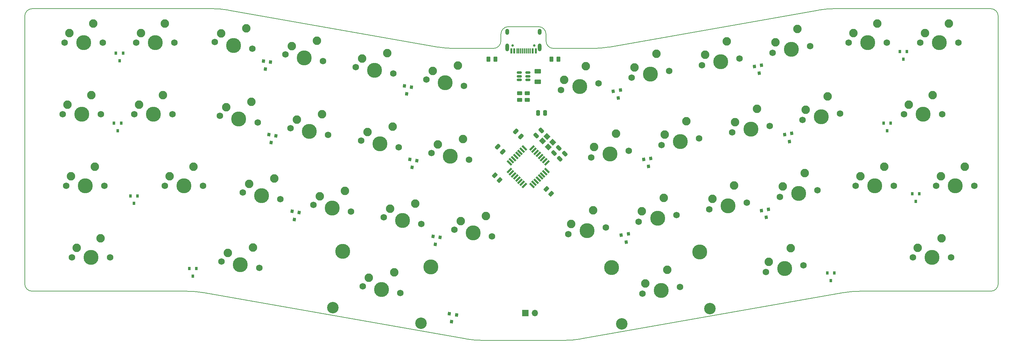
<source format=gbr>
G04 #@! TF.GenerationSoftware,KiCad,Pcbnew,6.0.5-a6ca702e91~116~ubuntu20.04.1*
G04 #@! TF.CreationDate,2022-06-01T09:33:51+02:00*
G04 #@! TF.ProjectId,3liza,336c697a-612e-46b6-9963-61645f706362,rev?*
G04 #@! TF.SameCoordinates,Original*
G04 #@! TF.FileFunction,Soldermask,Bot*
G04 #@! TF.FilePolarity,Negative*
%FSLAX46Y46*%
G04 Gerber Fmt 4.6, Leading zero omitted, Abs format (unit mm)*
G04 Created by KiCad (PCBNEW 6.0.5-a6ca702e91~116~ubuntu20.04.1) date 2022-06-01 09:33:51*
%MOMM*%
%LPD*%
G01*
G04 APERTURE LIST*
G04 Aperture macros list*
%AMRoundRect*
0 Rectangle with rounded corners*
0 $1 Rounding radius*
0 $2 $3 $4 $5 $6 $7 $8 $9 X,Y pos of 4 corners*
0 Add a 4 corners polygon primitive as box body*
4,1,4,$2,$3,$4,$5,$6,$7,$8,$9,$2,$3,0*
0 Add four circle primitives for the rounded corners*
1,1,$1+$1,$2,$3*
1,1,$1+$1,$4,$5*
1,1,$1+$1,$6,$7*
1,1,$1+$1,$8,$9*
0 Add four rect primitives between the rounded corners*
20,1,$1+$1,$2,$3,$4,$5,0*
20,1,$1+$1,$4,$5,$6,$7,0*
20,1,$1+$1,$6,$7,$8,$9,0*
20,1,$1+$1,$8,$9,$2,$3,0*%
%AMRotRect*
0 Rectangle, with rotation*
0 The origin of the aperture is its center*
0 $1 length*
0 $2 width*
0 $3 Rotation angle, in degrees counterclockwise*
0 Add horizontal line*
21,1,$1,$2,0,0,$3*%
G04 Aperture macros list end*
G04 #@! TA.AperFunction,Profile*
%ADD10C,0.200000*%
G04 #@! TD*
%ADD11C,3.987800*%
%ADD12C,1.750000*%
%ADD13C,2.250000*%
%ADD14C,3.048000*%
%ADD15RotRect,0.900000X0.800000X260.000000*%
%ADD16R,1.700000X1.700000*%
%ADD17O,1.700000X1.700000*%
%ADD18RoundRect,0.250000X0.159099X-0.512652X0.512652X-0.159099X-0.159099X0.512652X-0.512652X0.159099X0*%
%ADD19R,0.800000X0.900000*%
%ADD20RoundRect,0.250000X-0.450000X0.262500X-0.450000X-0.262500X0.450000X-0.262500X0.450000X0.262500X0*%
%ADD21RoundRect,0.250000X0.503814X0.132583X0.132583X0.503814X-0.503814X-0.132583X-0.132583X-0.503814X0*%
%ADD22RoundRect,0.250000X-0.250000X-0.475000X0.250000X-0.475000X0.250000X0.475000X-0.250000X0.475000X0*%
%ADD23RotRect,0.900000X0.800000X280.000000*%
%ADD24RotRect,1.600000X0.550000X225.000000*%
%ADD25RotRect,1.600000X0.550000X135.000000*%
%ADD26C,0.650000*%
%ADD27R,0.600000X1.450000*%
%ADD28R,0.300000X1.450000*%
%ADD29O,1.000000X2.100000*%
%ADD30O,1.000000X1.600000*%
%ADD31RoundRect,0.250000X0.262500X0.450000X-0.262500X0.450000X-0.262500X-0.450000X0.262500X-0.450000X0*%
%ADD32RoundRect,0.250000X0.625000X-0.375000X0.625000X0.375000X-0.625000X0.375000X-0.625000X-0.375000X0*%
%ADD33RoundRect,0.250000X0.512652X0.159099X0.159099X0.512652X-0.512652X-0.159099X-0.159099X-0.512652X0*%
%ADD34RotRect,1.400000X1.200000X315.000000*%
%ADD35RoundRect,0.250000X-0.159099X0.512652X-0.512652X0.159099X0.159099X-0.512652X0.512652X-0.159099X0*%
%ADD36RoundRect,0.150000X-0.512500X-0.150000X0.512500X-0.150000X0.512500X0.150000X-0.512500X0.150000X0*%
%ADD37RoundRect,0.250000X-0.262500X-0.450000X0.262500X-0.450000X0.262500X0.450000X-0.262500X0.450000X0*%
G04 APERTURE END LIST*
D10*
X161176369Y-72788356D02*
X171570538Y-72788357D01*
X20472284Y-135409792D02*
X20472281Y-64209790D01*
X149176370Y-66988370D02*
G75*
G03*
X147176370Y-68988357I30J-2000030D01*
G01*
X235938988Y-62209792D02*
X277502783Y-62209794D01*
X130267347Y-72393357D02*
G75*
G03*
X134782198Y-72788356I4514853J25604957D01*
G01*
X235938988Y-62209789D02*
G75*
G03*
X231771433Y-62574406I12J-23999911D01*
G01*
X22472283Y-62209795D02*
X70413751Y-62209792D01*
X149176370Y-66988357D02*
X157176369Y-66988356D01*
X279502806Y-64209792D02*
G75*
G03*
X277502783Y-62209794I-2000006J-8D01*
G01*
X159176444Y-70788357D02*
G75*
G03*
X161176369Y-72788356I1999956J-43D01*
G01*
X22472283Y-62209781D02*
G75*
G03*
X20472281Y-64209790I17J-2000019D01*
G01*
X74581306Y-62574403D02*
X130267347Y-72393357D01*
X137930137Y-150104594D02*
X68174476Y-137804790D01*
X164255046Y-150469218D02*
G75*
G03*
X168422602Y-150104596I-46J24000018D01*
G01*
X74581305Y-62574410D02*
G75*
G03*
X70413751Y-62209792I-4167605J-23635690D01*
G01*
X279502781Y-64209792D02*
X279502782Y-135409792D01*
X242693115Y-137409791D02*
G75*
G03*
X238178261Y-137804790I-15J-25999809D01*
G01*
X20472308Y-135409792D02*
G75*
G03*
X22472282Y-137409792I1999992J-8D01*
G01*
X277502783Y-137409782D02*
G75*
G03*
X279502782Y-135409792I17J1999982D01*
G01*
X68174476Y-137804790D02*
G75*
G03*
X63659623Y-137409795I-4514876J-25605510D01*
G01*
X176085394Y-72393358D02*
X231771433Y-62574406D01*
X145176368Y-72788370D02*
G75*
G03*
X147176370Y-70788358I32J1999970D01*
G01*
X277502783Y-137409795D02*
X242693115Y-137409794D01*
X238178261Y-137804790D02*
X168422602Y-150104596D01*
X147176370Y-70788358D02*
X147176370Y-68988357D01*
X164255046Y-150469211D02*
X142097693Y-150469210D01*
X171570538Y-72788364D02*
G75*
G03*
X176085394Y-72393358I-38J25999964D01*
G01*
X159176344Y-68988358D02*
G75*
G03*
X157176369Y-66988356I-1999944J58D01*
G01*
X159176365Y-68988358D02*
X159176369Y-70788357D01*
X63659623Y-137409795D02*
X22472282Y-137409792D01*
X134782198Y-72788356D02*
X145176368Y-72788354D01*
X137930138Y-150104589D02*
G75*
G03*
X142097693Y-150469210I4167562J23634989D01*
G01*
D11*
G04 #@! TO.C,MX22*
X232448653Y-90971880D03*
D12*
X227445830Y-91854013D03*
X237451476Y-90089747D03*
D13*
X228255469Y-89132068D03*
X234067932Y-85527990D03*
G04 #@! TD*
D11*
G04 #@! TO.C,MX39*
X189818106Y-137176549D03*
D14*
X202756406Y-141987933D03*
D12*
X184815283Y-138058682D03*
X194820929Y-136294416D03*
D14*
X179305671Y-146122930D03*
D11*
X200110008Y-126979462D03*
X176659273Y-131114460D03*
D13*
X185624922Y-135336737D03*
X191437385Y-131732659D03*
G04 #@! TD*
D12*
G04 #@! TO.C,MX30*
X165091769Y-122192593D03*
D11*
X170094592Y-121310460D03*
D12*
X175097415Y-120428327D03*
D13*
X165901408Y-119470648D03*
X171713871Y-115866570D03*
G04 #@! TD*
D11*
G04 #@! TO.C,MX27*
X102264250Y-115303523D03*
D12*
X107267073Y-116185656D03*
X97261427Y-114421390D03*
D13*
X98953199Y-112140512D03*
X105647794Y-110741766D03*
G04 #@! TD*
D12*
G04 #@! TO.C,MX13*
X30600431Y-90301443D03*
D11*
X35680431Y-90301443D03*
D12*
X40760431Y-90301443D03*
D13*
X31870431Y-87761443D03*
X38220431Y-85221443D03*
G04 #@! TD*
D11*
G04 #@! TO.C,MX40*
X222649136Y-131387554D03*
D12*
X217646313Y-132269687D03*
X227651959Y-130505421D03*
D13*
X218455952Y-129547742D03*
X224268415Y-125943664D03*
G04 #@! TD*
D11*
G04 #@! TO.C,MX11*
X244756485Y-71234792D03*
D12*
X239676485Y-71234792D03*
X249836485Y-71234792D03*
D13*
X240946485Y-68694792D03*
X247296485Y-66154792D03*
G04 #@! TD*
D12*
G04 #@! TO.C,MX36*
X43145733Y-128403843D03*
D11*
X38065733Y-128403843D03*
D12*
X32985733Y-128403843D03*
D13*
X34255733Y-125863843D03*
X40605733Y-123323843D03*
G04 #@! TD*
D12*
G04 #@! TO.C,MX26*
X78500839Y-111113392D03*
X88506485Y-112877658D03*
D11*
X83503662Y-111995525D03*
D13*
X80192611Y-108832514D03*
X86887206Y-107433768D03*
G04 #@! TD*
D12*
G04 #@! TO.C,MX14*
X59810434Y-90301442D03*
X49650434Y-90301442D03*
D11*
X54730434Y-90301442D03*
D13*
X50920434Y-87761442D03*
X57270434Y-85221442D03*
G04 #@! TD*
D11*
G04 #@! TO.C,MX31*
X188855183Y-118002461D03*
D12*
X193858006Y-117120328D03*
X183852360Y-118884594D03*
D13*
X184661999Y-116162649D03*
X190474462Y-112558571D03*
G04 #@! TD*
D11*
G04 #@! TO.C,MX15*
X77431366Y-91580942D03*
D12*
X72428543Y-90698809D03*
X82434189Y-92463075D03*
D13*
X74120315Y-88417931D03*
X80814910Y-87019185D03*
G04 #@! TD*
D11*
G04 #@! TO.C,MX21*
X213688063Y-94279877D03*
D12*
X218690886Y-93397744D03*
X208685240Y-95162010D03*
D13*
X209494879Y-92440065D03*
X215307342Y-88835987D03*
G04 #@! TD*
D12*
G04 #@! TO.C,MX33*
X231379180Y-110504334D03*
X221373534Y-112268600D03*
D11*
X226376357Y-111386467D03*
D13*
X222183173Y-109546655D03*
X227995636Y-105942577D03*
G04 #@! TD*
D12*
G04 #@! TO.C,MX37*
X72847771Y-129460481D03*
D11*
X77850594Y-130342614D03*
D12*
X82853417Y-131224747D03*
D13*
X74539543Y-127179603D03*
X81234138Y-125780857D03*
G04 #@! TD*
D12*
G04 #@! TO.C,MX23*
X264612932Y-90284793D03*
X254452932Y-90284793D03*
D11*
X259532932Y-90284793D03*
D13*
X255722932Y-87744793D03*
X262072932Y-85204793D03*
G04 #@! TD*
D11*
G04 #@! TO.C,MX5*
X113570394Y-78609347D03*
D12*
X108567571Y-77727214D03*
X118573217Y-79491480D03*
D13*
X110259343Y-75446336D03*
X116953938Y-74047590D03*
G04 #@! TD*
D12*
G04 #@! TO.C,MX9*
X200687098Y-77228421D03*
X210692744Y-75464155D03*
D11*
X205689921Y-76346288D03*
D13*
X201496737Y-74506476D03*
X207309200Y-70902398D03*
G04 #@! TD*
D11*
G04 #@! TO.C,MX19*
X176166891Y-100895874D03*
D12*
X181169714Y-100013741D03*
X171164068Y-101778007D03*
D13*
X171973707Y-99056062D03*
X177786170Y-95451984D03*
G04 #@! TD*
D12*
G04 #@! TO.C,MX18*
X138715953Y-102387065D03*
D11*
X133713130Y-101504932D03*
D12*
X128710307Y-100622799D03*
D13*
X130402079Y-98341921D03*
X137096674Y-96943175D03*
G04 #@! TD*
D12*
G04 #@! TO.C,MX24*
X41693884Y-109351443D03*
D11*
X36613884Y-109351443D03*
D12*
X31533884Y-109351443D03*
D13*
X32803884Y-106811443D03*
X39153884Y-104271443D03*
G04 #@! TD*
D11*
G04 #@! TO.C,MX10*
X224450507Y-73038290D03*
D12*
X219447684Y-73920423D03*
X229453330Y-72156157D03*
D13*
X220257323Y-71198478D03*
X226069786Y-67594400D03*
G04 #@! TD*
D11*
G04 #@! TO.C,MX16*
X96191956Y-94888936D03*
D12*
X101194779Y-95771069D03*
X91189133Y-94006803D03*
D13*
X92880905Y-91725925D03*
X99575500Y-90327179D03*
G04 #@! TD*
D12*
G04 #@! TO.C,MX17*
X119955365Y-99079066D03*
D11*
X114952542Y-98196933D03*
D12*
X109949719Y-97314800D03*
D13*
X111641491Y-95033922D03*
X118336086Y-93635176D03*
G04 #@! TD*
D12*
G04 #@! TO.C,MX29*
X144788250Y-122801652D03*
D11*
X139785427Y-121919519D03*
D12*
X134782604Y-121037386D03*
D13*
X136474376Y-118756508D03*
X143168971Y-117357762D03*
G04 #@! TD*
D11*
G04 #@! TO.C,MX28*
X121024838Y-118611521D03*
D12*
X126027661Y-119493654D03*
X116022015Y-117729388D03*
D13*
X117713787Y-115448510D03*
X124408382Y-114049764D03*
G04 #@! TD*
D11*
G04 #@! TO.C,MX34*
X246680534Y-109334791D03*
D12*
X241600534Y-109334791D03*
X251760534Y-109334791D03*
D13*
X242870534Y-106794791D03*
X249220534Y-104254791D03*
G04 #@! TD*
D12*
G04 #@! TO.C,MX7*
X173171568Y-82080151D03*
X163165922Y-83844417D03*
D11*
X168168745Y-82962284D03*
D13*
X163975561Y-81122472D03*
X169788024Y-77518394D03*
G04 #@! TD*
D12*
G04 #@! TO.C,MX6*
X137333803Y-82799478D03*
D11*
X132330980Y-81917345D03*
D12*
X127328157Y-81035212D03*
D13*
X129019929Y-78754334D03*
X135714524Y-77355588D03*
G04 #@! TD*
D12*
G04 #@! TO.C,MX4*
X89806982Y-74419216D03*
D11*
X94809805Y-75301349D03*
D12*
X99812628Y-76183482D03*
D13*
X91498754Y-72138338D03*
X98193349Y-70739592D03*
G04 #@! TD*
D12*
G04 #@! TO.C,MX25*
X57727633Y-109351442D03*
D11*
X62807633Y-109351442D03*
D12*
X67887633Y-109351442D03*
D13*
X58997633Y-106811442D03*
X65347633Y-104271442D03*
G04 #@! TD*
D11*
G04 #@! TO.C,MX3*
X76049218Y-71993353D03*
D12*
X81052041Y-72875486D03*
X71046395Y-71111220D03*
D13*
X72738167Y-68830342D03*
X79432762Y-67431596D03*
G04 #@! TD*
D12*
G04 #@! TO.C,MX32*
X202612946Y-115576598D03*
D11*
X207615769Y-114694465D03*
D12*
X212618592Y-113812332D03*
D13*
X203422585Y-112854653D03*
X209235048Y-109250575D03*
G04 #@! TD*
D12*
G04 #@! TO.C,MX2*
X50130631Y-71251443D03*
X60290631Y-71251443D03*
D11*
X55210631Y-71251443D03*
D13*
X51400631Y-68711443D03*
X57750631Y-66171443D03*
G04 #@! TD*
D12*
G04 #@! TO.C,MX1*
X31080631Y-71251442D03*
D11*
X36160631Y-71251442D03*
D12*
X41240631Y-71251442D03*
D13*
X32350631Y-68711442D03*
X38700631Y-66171442D03*
G04 #@! TD*
D14*
G04 #@! TO.C,MX38*
X125884203Y-145904989D03*
D11*
X128530601Y-130896519D03*
D12*
X110368945Y-136076475D03*
D14*
X102433468Y-141769992D03*
D11*
X105079866Y-126761521D03*
X115371768Y-136958608D03*
D12*
X120374591Y-137840741D03*
D13*
X112060717Y-133795597D03*
X118755312Y-132396851D03*
G04 #@! TD*
D11*
G04 #@! TO.C,MX41*
X261895134Y-128384792D03*
D12*
X266975134Y-128384792D03*
X256815134Y-128384792D03*
D13*
X258085134Y-125844792D03*
X264435134Y-123304792D03*
G04 #@! TD*
D12*
G04 #@! TO.C,MX20*
X189924655Y-98470009D03*
X199930301Y-96705743D03*
D11*
X194927478Y-97587876D03*
D13*
X190734294Y-95748064D03*
X196546757Y-92143986D03*
G04 #@! TD*
D12*
G04 #@! TO.C,MX8*
X191932155Y-78772151D03*
D11*
X186929332Y-79654284D03*
D12*
X181926509Y-80536417D03*
D13*
X182736148Y-77814472D03*
X188548611Y-74210394D03*
G04 #@! TD*
D12*
G04 #@! TO.C,MX12*
X268886484Y-71234791D03*
X258726484Y-71234791D03*
D11*
X263806484Y-71234791D03*
D13*
X259996484Y-68694791D03*
X266346484Y-66154791D03*
G04 #@! TD*
D12*
G04 #@! TO.C,MX35*
X273172733Y-109334792D03*
X263012733Y-109334792D03*
D11*
X268092733Y-109334792D03*
D13*
X264282733Y-106794792D03*
X270632733Y-104254792D03*
G04 #@! TD*
D15*
G04 #@! TO.C,D15*
X129707920Y-124903748D03*
X129119649Y-122769166D03*
X130990784Y-123099098D03*
G04 #@! TD*
D16*
G04 #@! TO.C,RESET*
X153679004Y-143230695D03*
D17*
X156219004Y-143230695D03*
G04 #@! TD*
D18*
G04 #@! TO.C,C5*
X161258357Y-100614737D03*
X162601859Y-99271235D03*
G04 #@! TD*
D19*
G04 #@! TO.C,D12*
X249950005Y-94700694D03*
X249000005Y-92700694D03*
X250900005Y-92700694D03*
G04 #@! TD*
D20*
G04 #@! TO.C,R4*
X152146772Y-84676679D03*
X152146772Y-86501679D03*
G04 #@! TD*
D21*
G04 #@! TO.C,R6*
X146848407Y-107824414D03*
X145557937Y-106533944D03*
G04 #@! TD*
D15*
G04 #@! TO.C,D20*
X134066089Y-145531921D03*
X133477818Y-143397339D03*
X135348953Y-143727271D03*
G04 #@! TD*
D19*
G04 #@! TO.C,D19*
X65200774Y-133373682D03*
X64250774Y-131373682D03*
X66150774Y-131373682D03*
G04 #@! TD*
D20*
G04 #@! TO.C,R3*
X154192003Y-84667341D03*
X154192003Y-86492341D03*
G04 #@! TD*
D19*
G04 #@! TO.C,D18*
X257570004Y-113496693D03*
X256620004Y-111496693D03*
X258520004Y-111496693D03*
G04 #@! TD*
G04 #@! TO.C,D1*
X45690333Y-76070189D03*
X44740333Y-74070189D03*
X46640333Y-74070189D03*
G04 #@! TD*
G04 #@! TO.C,D6*
X254268004Y-75650693D03*
X253318004Y-73650693D03*
X255218004Y-73650693D03*
G04 #@! TD*
D22*
G04 #@! TO.C,C1*
X157026604Y-89966893D03*
X158926604Y-89966893D03*
G04 #@! TD*
D23*
G04 #@! TO.C,D16*
X180477553Y-124302514D03*
X179194689Y-122497864D03*
X181065824Y-122167932D03*
G04 #@! TD*
D15*
G04 #@! TO.C,D9*
X123510556Y-104467106D03*
X122922285Y-102332524D03*
X124793420Y-102662456D03*
G04 #@! TD*
G04 #@! TO.C,D2*
X84544699Y-78252498D03*
X83956428Y-76117916D03*
X85827563Y-76447848D03*
G04 #@! TD*
D24*
G04 #@! TO.C,U1*
X155435001Y-99291408D03*
X156000686Y-99857094D03*
X156566372Y-100422779D03*
X157132057Y-100988464D03*
X157697743Y-101554150D03*
X158263428Y-102119835D03*
X158829113Y-102685521D03*
X159394799Y-103251206D03*
D25*
X159394799Y-105301816D03*
X158829113Y-105867501D03*
X158263428Y-106433187D03*
X157697743Y-106998872D03*
X157132057Y-107564558D03*
X156566372Y-108130243D03*
X156000686Y-108695928D03*
X155435001Y-109261614D03*
D24*
X153384391Y-109261614D03*
X152818706Y-108695928D03*
X152253020Y-108130243D03*
X151687335Y-107564558D03*
X151121649Y-106998872D03*
X150555964Y-106433187D03*
X149990279Y-105867501D03*
X149424593Y-105301816D03*
D25*
X149424593Y-103251206D03*
X149990279Y-102685521D03*
X150555964Y-102119835D03*
X151121649Y-101554150D03*
X151687335Y-100988464D03*
X152253020Y-100422779D03*
X152818706Y-99857094D03*
X153384391Y-99291408D03*
G04 #@! TD*
D18*
G04 #@! TO.C,C3*
X162820924Y-102177301D03*
X164164426Y-100833799D03*
G04 #@! TD*
D19*
G04 #@! TO.C,D13*
X49525732Y-114017791D03*
X48575732Y-112017791D03*
X50475732Y-112017791D03*
G04 #@! TD*
D26*
G04 #@! TO.C,USB1*
X156073131Y-71980591D03*
X150293131Y-71980591D03*
D27*
X149933131Y-73425591D03*
X150733131Y-73425591D03*
D28*
X151933131Y-73425591D03*
X152933131Y-73425591D03*
X153433131Y-73425591D03*
X154433131Y-73425591D03*
D27*
X155633131Y-73425591D03*
X156433131Y-73425591D03*
X156433131Y-73425591D03*
X155633131Y-73425591D03*
D28*
X154933131Y-73425591D03*
X153933131Y-73425591D03*
X152433131Y-73425591D03*
X151433131Y-73425591D03*
D27*
X150733131Y-73425591D03*
X149933131Y-73425591D03*
D29*
X148863131Y-72510591D03*
D30*
X157503131Y-68330591D03*
X148863131Y-68330591D03*
D29*
X157503131Y-72510591D03*
G04 #@! TD*
D31*
G04 #@! TO.C,R2*
X162470505Y-75666695D03*
X160645505Y-75666695D03*
G04 #@! TD*
D15*
G04 #@! TO.C,D14*
X92186745Y-118287749D03*
X91598474Y-116153167D03*
X93469609Y-116483099D03*
G04 #@! TD*
D32*
G04 #@! TO.C,F1*
X156986004Y-81638694D03*
X156986004Y-78838694D03*
G04 #@! TD*
D21*
G04 #@! TO.C,R5*
X160560714Y-111456631D03*
X159270244Y-110166161D03*
G04 #@! TD*
D23*
G04 #@! TO.C,D17*
X217748589Y-117730626D03*
X216465725Y-115925976D03*
X218336860Y-115596044D03*
G04 #@! TD*
D33*
G04 #@! TO.C,C2*
X152490093Y-96250332D03*
X151146591Y-94906830D03*
G04 #@! TD*
D34*
G04 #@! TO.C,X1*
X159418466Y-96229261D03*
X160974101Y-97784896D03*
X159772020Y-98986977D03*
X158216385Y-97431342D03*
G04 #@! TD*
D35*
G04 #@! TO.C,C4*
X157932127Y-94601502D03*
X156588625Y-95945004D03*
G04 #@! TD*
D19*
G04 #@! TO.C,D7*
X45182331Y-94688390D03*
X44232331Y-92688390D03*
X46132331Y-92688390D03*
G04 #@! TD*
D23*
G04 #@! TO.C,D4*
X178364097Y-85987419D03*
X177081233Y-84182769D03*
X178952368Y-83852837D03*
G04 #@! TD*
D36*
G04 #@! TO.C,U2*
X152089303Y-81137895D03*
X152089303Y-80187895D03*
X152089303Y-79237895D03*
X154364303Y-79237895D03*
X154364303Y-80187895D03*
X154364303Y-81137895D03*
G04 #@! TD*
D19*
G04 #@! TO.C,D21*
X234964005Y-134578694D03*
X234014005Y-132578694D03*
X235914005Y-132578694D03*
G04 #@! TD*
D15*
G04 #@! TO.C,D8*
X85989381Y-97851108D03*
X85401110Y-95716526D03*
X87272245Y-96046458D03*
G04 #@! TD*
D23*
G04 #@! TO.C,D10*
X186468886Y-104160120D03*
X185186022Y-102355470D03*
X187057157Y-102025538D03*
G04 #@! TD*
D15*
G04 #@! TO.C,D3*
X122065872Y-84868492D03*
X121477601Y-82733910D03*
X123348736Y-83063842D03*
G04 #@! TD*
D33*
G04 #@! TO.C,C6*
X147676673Y-100309407D03*
X146333171Y-98965905D03*
G04 #@! TD*
D37*
G04 #@! TO.C,R1*
X143881504Y-75666695D03*
X145706504Y-75666695D03*
G04 #@! TD*
D23*
G04 #@! TO.C,D5*
X215885274Y-79371423D03*
X214602410Y-77566773D03*
X216473545Y-77236841D03*
G04 #@! TD*
G04 #@! TO.C,D11*
X223990062Y-97544126D03*
X222707198Y-95739476D03*
X224578333Y-95409544D03*
G04 #@! TD*
M02*

</source>
